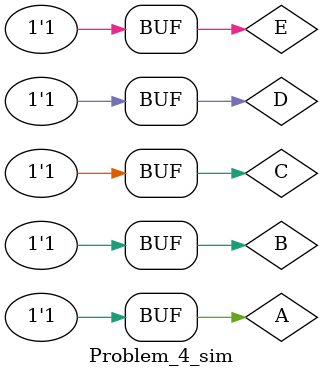
<source format=v>
`timescale 1ns / 1ps


module Problem_4_sim( );
    reg A;
    reg B;
    reg C;
    reg D;
    reg E;
    wire X;
    
     Problem_4 UUT(.A(A), .B(B), .C(C), .D(D), .E(E), .X(X) );
     initial begin
    A=0;
    B=0;
    C=0;
    D=0;
    E=0;
    #10;
    
    E = 1;
    #10;
    
    D = 1;
    E = 0;
    #10;
    
    E = 1;
    #10;
    
    C = 1;
    D = 0;
    E = 0;
    #10;
    
    E = 1;
    #10;
    
    D = 1;
    E = 0;
    #10;
    
    E = 1;
    #10;
    
    B = 1;
    C = 0;
    D = 0;
    E = 0;
    #10;
    E = 1;
    #10;
    
    D = 1;
    E = 0;
    #10;
    
    E = 1;
    #10;
    
    C = 1;
    D = 0;
    E = 0;
    #10;
    
    E = 1;
    #10;
    
    D = 1;
    E = 0;
    #10;
    
    E = 1;
    #10; 
    
    
    
    A = 1;
    B = 0;
    C = 0;
    D = 0;
    E = 0;
    #10;
    
    E = 1;
    #10;
    
    D = 1;
    E = 0;
    #10;
    
    E = 1;
    #10;
    
    C = 1;
    D = 0;
    E = 0;
    #10;
    
    E = 1;
    #10;
    
    D = 1;
    E = 0;
    #10;
    
    E = 1;
    #10;
    
    B = 1;
    C = 0;
    D = 0;
    E = 0;
    #10;
    E = 1;
    #10;
    
    D = 1;
    E = 0;
    #10;
    
    E = 1;
    #10;
    
    C = 1;
    D = 0;
    E = 0;
    #10;
    
    E = 1;
    #10;
    
    D = 1;
    E = 0;
    #10;
    
    E = 1;
    #10;   
     end
endmodule

</source>
